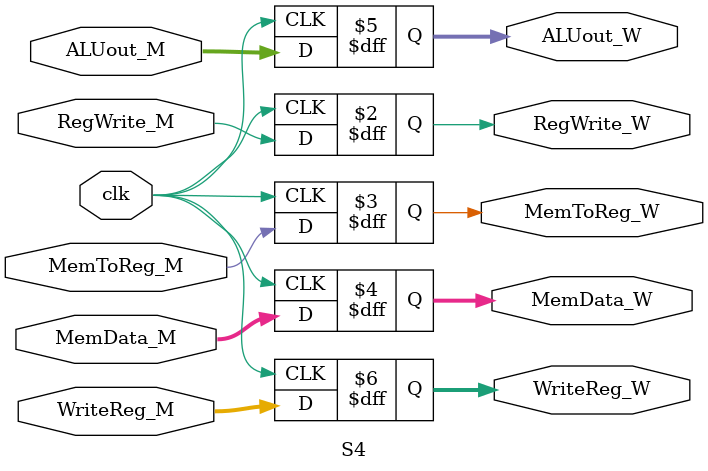
<source format=v>
`timescale 1ns /1ps

module S4(clk, RegWrite_M, MemToReg_M, MemData_M, ALUout_M, WriteReg_M,
           RegWrite_W, MemToReg_W, MemData_W, ALUout_W, WriteReg_W);

    input clk;
    input RegWrite_M, MemToReg_M;
    input [31:0] MemData_M, ALUout_M;
    input [4:0] WriteReg_M;
    
    output reg RegWrite_W, MemToReg_W;
    output reg [31:0] MemData_W, ALUout_W;
    output reg [4:0] WriteReg_W;

    always@(posedge clk) 
    begin 
        RegWrite_W <= RegWrite_M;
        MemToReg_W <= MemToReg_M;
        MemData_W  <= MemData_M ;
        ALUout_W   <= ALUout_M ;
        WriteReg_W <= WriteReg_M;

    end
endmodule
</source>
